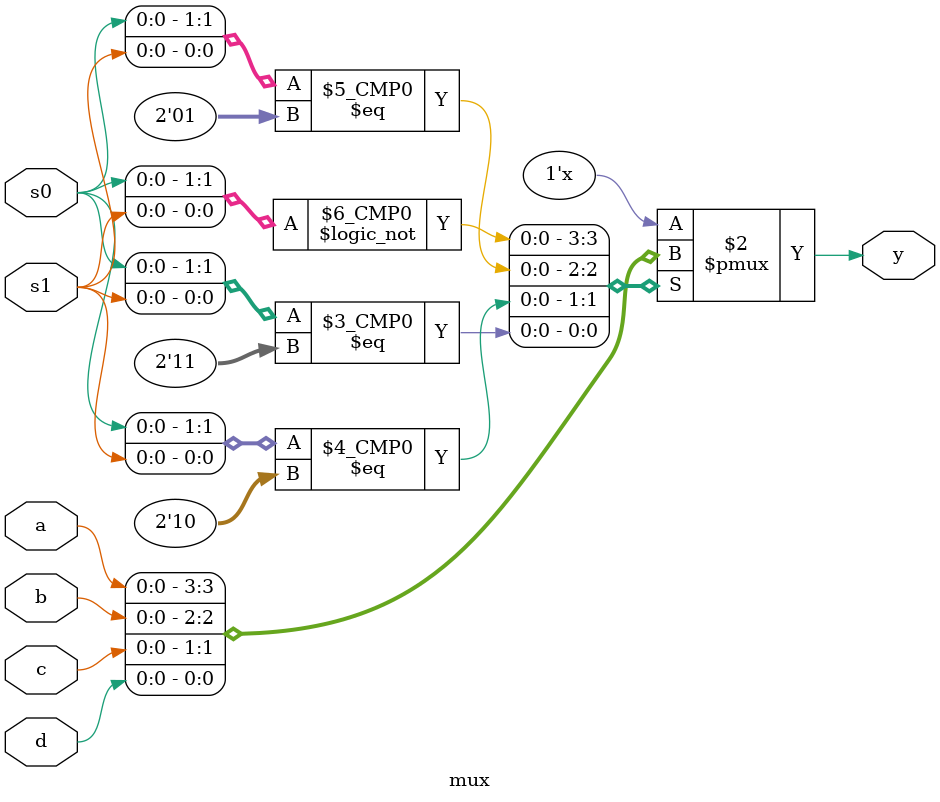
<source format=v>
module mux(
input a,b,c,d,s0,s1,
output reg y);
always @(*)
begin
case({s0,s1})
2'b00:y=a;
2'b01:y=b;
2'b10:y=c;
2'b11:y=d;
default y=1'b0;
endcase
end
endmodule


</source>
